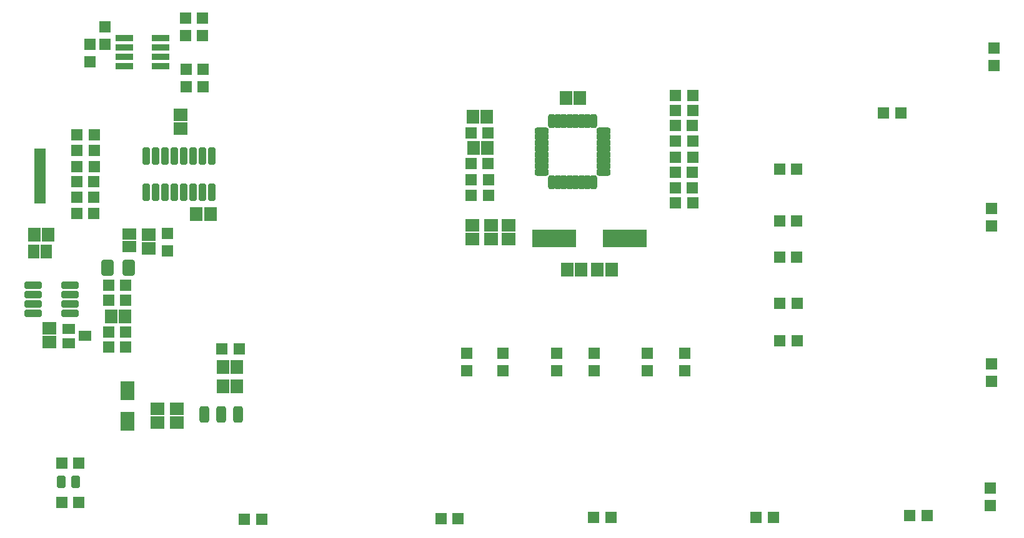
<source format=gtp>
G04*
G04 #@! TF.GenerationSoftware,Altium Limited,Altium Designer,25.4.2 (15)*
G04*
G04 Layer_Color=8421504*
%FSLAX44Y44*%
%MOMM*%
G71*
G04*
G04 #@! TF.SameCoordinates,AB3986B5-8965-4272-984F-493E451A5069*
G04*
G04*
G04 #@! TF.FilePolarity,Positive*
G04*
G01*
G75*
%ADD20R,1.5500X1.5500*%
G04:AMPARAMS|DCode=21|XSize=2.37mm|YSize=1mm|CornerRadius=0.275mm|HoleSize=0mm|Usage=FLASHONLY|Rotation=270.000|XOffset=0mm|YOffset=0mm|HoleType=Round|Shape=RoundedRectangle|*
%AMROUNDEDRECTD21*
21,1,2.3700,0.4500,0,0,270.0*
21,1,1.8200,1.0000,0,0,270.0*
1,1,0.5500,-0.2250,-0.9100*
1,1,0.5500,-0.2250,0.9100*
1,1,0.5500,0.2250,0.9100*
1,1,0.5500,0.2250,-0.9100*
%
%ADD21ROUNDEDRECTD21*%
G04:AMPARAMS|DCode=22|XSize=2.24mm|YSize=1.33mm|CornerRadius=0.3162mm|HoleSize=0mm|Usage=FLASHONLY|Rotation=270.000|XOffset=0mm|YOffset=0mm|HoleType=Round|Shape=RoundedRectangle|*
%AMROUNDEDRECTD22*
21,1,2.2400,0.6975,0,0,270.0*
21,1,1.6075,1.3300,0,0,270.0*
1,1,0.6325,-0.3488,-0.8038*
1,1,0.6325,-0.3488,0.8038*
1,1,0.6325,0.3488,0.8038*
1,1,0.6325,0.3488,-0.8038*
%
%ADD22ROUNDEDRECTD22*%
%ADD23R,1.5500X0.6980*%
%ADD24R,1.5500X0.9900*%
%ADD25R,1.7000X1.9000*%
%ADD26R,1.5500X1.5500*%
%ADD27R,1.6000X1.8700*%
%ADD28R,1.9000X1.7000*%
%ADD29R,2.3812X0.9334*%
%ADD30R,5.9000X2.4000*%
G04:AMPARAMS|DCode=31|XSize=0.95mm|YSize=1.87mm|CornerRadius=0.2688mm|HoleSize=0mm|Usage=FLASHONLY|Rotation=90.000|XOffset=0mm|YOffset=0mm|HoleType=Round|Shape=RoundedRectangle|*
%AMROUNDEDRECTD31*
21,1,0.9500,1.3325,0,0,90.0*
21,1,0.4125,1.8700,0,0,90.0*
1,1,0.5375,0.6663,0.2063*
1,1,0.5375,0.6663,-0.2063*
1,1,0.5375,-0.6663,-0.2063*
1,1,0.5375,-0.6663,0.2063*
%
%ADD31ROUNDEDRECTD31*%
G04:AMPARAMS|DCode=32|XSize=1.87mm|YSize=0.95mm|CornerRadius=0.2688mm|HoleSize=0mm|Usage=FLASHONLY|Rotation=90.000|XOffset=0mm|YOffset=0mm|HoleType=Round|Shape=RoundedRectangle|*
%AMROUNDEDRECTD32*
21,1,1.8700,0.4125,0,0,90.0*
21,1,1.3325,0.9500,0,0,90.0*
1,1,0.5375,0.2063,0.6663*
1,1,0.5375,0.2063,-0.6663*
1,1,0.5375,-0.2063,-0.6663*
1,1,0.5375,-0.2063,0.6663*
%
%ADD32ROUNDEDRECTD32*%
%ADD33R,1.8700X1.6000*%
%ADD34R,1.8000X1.4000*%
%ADD35R,1.9500X2.6000*%
G04:AMPARAMS|DCode=36|XSize=1.26mm|YSize=1.76mm|CornerRadius=0.415mm|HoleSize=0mm|Usage=FLASHONLY|Rotation=180.000|XOffset=0mm|YOffset=0mm|HoleType=Round|Shape=RoundedRectangle|*
%AMROUNDEDRECTD36*
21,1,1.2600,0.9300,0,0,180.0*
21,1,0.4300,1.7600,0,0,180.0*
1,1,0.8300,-0.2150,0.4650*
1,1,0.8300,0.2150,0.4650*
1,1,0.8300,0.2150,-0.4650*
1,1,0.8300,-0.2150,-0.4650*
%
%ADD36ROUNDEDRECTD36*%
G04:AMPARAMS|DCode=37|XSize=2.37mm|YSize=1mm|CornerRadius=0.275mm|HoleSize=0mm|Usage=FLASHONLY|Rotation=180.000|XOffset=0mm|YOffset=0mm|HoleType=Round|Shape=RoundedRectangle|*
%AMROUNDEDRECTD37*
21,1,2.3700,0.4500,0,0,180.0*
21,1,1.8200,1.0000,0,0,180.0*
1,1,0.5500,-0.9100,0.2250*
1,1,0.5500,0.9100,0.2250*
1,1,0.5500,0.9100,-0.2250*
1,1,0.5500,-0.9100,-0.2250*
%
%ADD37ROUNDEDRECTD37*%
G04:AMPARAMS|DCode=38|XSize=1.7mm|YSize=2.2mm|CornerRadius=0.395mm|HoleSize=0mm|Usage=FLASHONLY|Rotation=0.000|XOffset=0mm|YOffset=0mm|HoleType=Round|Shape=RoundedRectangle|*
%AMROUNDEDRECTD38*
21,1,1.7000,1.4100,0,0,0.0*
21,1,0.9100,2.2000,0,0,0.0*
1,1,0.7900,0.4550,-0.7050*
1,1,0.7900,-0.4550,-0.7050*
1,1,0.7900,-0.4550,0.7050*
1,1,0.7900,0.4550,0.7050*
%
%ADD38ROUNDEDRECTD38*%
D20*
X1096330Y631190D02*
D03*
X1072830D02*
D03*
X1249360Y161290D02*
D03*
X1272860D02*
D03*
X637540Y157480D02*
D03*
X614040D02*
D03*
X821050Y158750D02*
D03*
X844550D02*
D03*
X655000Y595630D02*
D03*
X678500D02*
D03*
X955360Y585470D02*
D03*
X931860D02*
D03*
X1072830Y561340D02*
D03*
X1096330D02*
D03*
X1072830Y511810D02*
D03*
X1096330D02*
D03*
X1237300Y707390D02*
D03*
X1213800D02*
D03*
X955360Y731520D02*
D03*
X931860D02*
D03*
X955360Y711200D02*
D03*
X931860D02*
D03*
X955040Y690880D02*
D03*
X931540D02*
D03*
X1073150Y449580D02*
D03*
X1096650D02*
D03*
X1073150Y398780D02*
D03*
X1096650D02*
D03*
X955360Y669290D02*
D03*
X931860D02*
D03*
X955360Y647700D02*
D03*
X931860D02*
D03*
X1041080Y158750D02*
D03*
X1064580D02*
D03*
X955040Y605790D02*
D03*
X931540D02*
D03*
X955040Y627380D02*
D03*
X931540D02*
D03*
X654680Y638810D02*
D03*
X678180D02*
D03*
X655000Y617220D02*
D03*
X678500D02*
D03*
X371160Y156210D02*
D03*
X347660D02*
D03*
X123510Y179070D02*
D03*
X100010D02*
D03*
X654680Y680720D02*
D03*
X678180D02*
D03*
X144150Y678180D02*
D03*
X120650D02*
D03*
X120330Y571500D02*
D03*
X143830D02*
D03*
X120650Y656590D02*
D03*
X144150D02*
D03*
X120330Y593090D02*
D03*
X143830D02*
D03*
X120650Y635000D02*
D03*
X144150D02*
D03*
X120330Y614680D02*
D03*
X143830D02*
D03*
X317180Y387350D02*
D03*
X340680D02*
D03*
X187010Y410210D02*
D03*
X163510D02*
D03*
X187010Y389890D02*
D03*
X163510D02*
D03*
X187010Y473710D02*
D03*
X163510D02*
D03*
Y453390D02*
D03*
X187010D02*
D03*
X123510Y232410D02*
D03*
X100010D02*
D03*
D21*
X303530Y649590D02*
D03*
X290830D02*
D03*
X278130D02*
D03*
X265430D02*
D03*
X252730D02*
D03*
X240030D02*
D03*
X227330D02*
D03*
X214630D02*
D03*
Y600090D02*
D03*
X227330D02*
D03*
X240030D02*
D03*
X252730D02*
D03*
X265430D02*
D03*
X278130D02*
D03*
X290830D02*
D03*
X303530D02*
D03*
D22*
X293230Y298820D02*
D03*
X316230D02*
D03*
X339230D02*
D03*
D23*
X71080Y624800D02*
D03*
Y619800D02*
D03*
Y614800D02*
D03*
Y629800D02*
D03*
Y634800D02*
D03*
Y609800D02*
D03*
Y604800D02*
D03*
Y639800D02*
D03*
D24*
Y646300D02*
D03*
Y598300D02*
D03*
Y590300D02*
D03*
Y654300D02*
D03*
D25*
X657250Y702310D02*
D03*
X676250D02*
D03*
X783590Y727710D02*
D03*
X802590D02*
D03*
X845160Y495300D02*
D03*
X826160D02*
D03*
X784910D02*
D03*
X803910D02*
D03*
X676910Y660400D02*
D03*
X657910D02*
D03*
X282600Y570230D02*
D03*
X301600D02*
D03*
X62890Y542290D02*
D03*
X81890D02*
D03*
X337770Y363220D02*
D03*
X318770D02*
D03*
X337770Y336550D02*
D03*
X318770D02*
D03*
X186030Y431800D02*
D03*
X167030D02*
D03*
D26*
X267970Y836300D02*
D03*
Y812800D02*
D03*
X290830Y836300D02*
D03*
Y812800D02*
D03*
X269240Y743580D02*
D03*
Y767080D02*
D03*
X292100Y743580D02*
D03*
Y767080D02*
D03*
X158750Y801050D02*
D03*
Y824550D02*
D03*
X138430Y800740D02*
D03*
Y777240D02*
D03*
X698500Y381320D02*
D03*
Y357820D02*
D03*
X648970Y381320D02*
D03*
Y357820D02*
D03*
X821690Y381320D02*
D03*
Y357820D02*
D03*
X770890Y381320D02*
D03*
Y357820D02*
D03*
X1363980Y771840D02*
D03*
Y795340D02*
D03*
X1360170Y554670D02*
D03*
Y578170D02*
D03*
Y367350D02*
D03*
Y343850D02*
D03*
X1358900Y198760D02*
D03*
Y175260D02*
D03*
X894080Y381320D02*
D03*
Y357820D02*
D03*
X944880Y381320D02*
D03*
Y357820D02*
D03*
X243840Y520380D02*
D03*
Y543880D02*
D03*
D27*
X62230Y519430D02*
D03*
X79430D02*
D03*
D28*
X261620Y686460D02*
D03*
Y705460D02*
D03*
X681990Y536600D02*
D03*
Y555600D02*
D03*
X706120Y536600D02*
D03*
Y555600D02*
D03*
X656590Y536600D02*
D03*
Y555600D02*
D03*
X218440Y523900D02*
D03*
Y542900D02*
D03*
X83820Y415900D02*
D03*
Y396900D02*
D03*
X256540Y306680D02*
D03*
Y287680D02*
D03*
X229870Y306680D02*
D03*
Y287680D02*
D03*
D29*
X184912Y770890D02*
D03*
Y783590D02*
D03*
Y796290D02*
D03*
Y808990D02*
D03*
X234188D02*
D03*
Y796290D02*
D03*
Y783590D02*
D03*
Y770890D02*
D03*
D30*
X862840Y537210D02*
D03*
X767840D02*
D03*
D31*
X834180Y627320D02*
D03*
Y635320D02*
D03*
Y643320D02*
D03*
Y651320D02*
D03*
Y659320D02*
D03*
Y667320D02*
D03*
Y675320D02*
D03*
Y683320D02*
D03*
X750780D02*
D03*
Y675320D02*
D03*
Y667320D02*
D03*
Y659320D02*
D03*
Y651320D02*
D03*
Y643320D02*
D03*
Y635320D02*
D03*
Y627320D02*
D03*
D32*
X764480Y613620D02*
D03*
X772480D02*
D03*
X780480D02*
D03*
X788480D02*
D03*
X796480D02*
D03*
X804480D02*
D03*
X812480D02*
D03*
X820480D02*
D03*
Y697020D02*
D03*
X812480D02*
D03*
X804480D02*
D03*
X796480D02*
D03*
X788480D02*
D03*
X780480D02*
D03*
X772480D02*
D03*
X764480D02*
D03*
D33*
X191770Y543270D02*
D03*
Y526070D02*
D03*
D34*
X109650Y414630D02*
D03*
Y395630D02*
D03*
X131650Y405130D02*
D03*
D35*
X189230Y289560D02*
D03*
Y330560D02*
D03*
D36*
X99470Y207010D02*
D03*
X118970D02*
D03*
D37*
X111060Y435610D02*
D03*
Y448310D02*
D03*
Y461010D02*
D03*
Y473710D02*
D03*
X61660D02*
D03*
Y461010D02*
D03*
Y448310D02*
D03*
Y435610D02*
D03*
D38*
X190660Y497840D02*
D03*
X162560D02*
D03*
M02*

</source>
